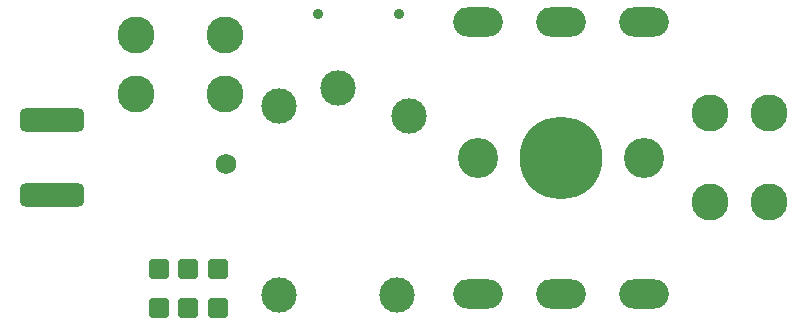
<source format=gbr>
%TF.GenerationSoftware,KiCad,Pcbnew,9.0.5*%
%TF.CreationDate,2025-11-29T21:51:22-08:00*%
%TF.ProjectId,TinyGawant,54696e79-4761-4776-916e-742e6b696361,rev?*%
%TF.SameCoordinates,Original*%
%TF.FileFunction,Soldermask,Bot*%
%TF.FilePolarity,Negative*%
%FSLAX46Y46*%
G04 Gerber Fmt 4.6, Leading zero omitted, Abs format (unit mm)*
G04 Created by KiCad (PCBNEW 9.0.5) date 2025-11-29 21:51:22*
%MOMM*%
%LPD*%
G01*
G04 APERTURE LIST*
G04 Aperture macros list*
%AMRoundRect*
0 Rectangle with rounded corners*
0 $1 Rounding radius*
0 $2 $3 $4 $5 $6 $7 $8 $9 X,Y pos of 4 corners*
0 Add a 4 corners polygon primitive as box body*
4,1,4,$2,$3,$4,$5,$6,$7,$8,$9,$2,$3,0*
0 Add four circle primitives for the rounded corners*
1,1,$1+$1,$2,$3*
1,1,$1+$1,$4,$5*
1,1,$1+$1,$6,$7*
1,1,$1+$1,$8,$9*
0 Add four rect primitives between the rounded corners*
20,1,$1+$1,$2,$3,$4,$5,0*
20,1,$1+$1,$4,$5,$6,$7,0*
20,1,$1+$1,$6,$7,$8,$9,0*
20,1,$1+$1,$8,$9,$2,$3,0*%
G04 Aperture macros list end*
%ADD10C,3.129000*%
%ADD11RoundRect,0.500000X-2.250000X-0.500000X2.250000X-0.500000X2.250000X0.500000X-2.250000X0.500000X0*%
%ADD12C,3.000000*%
%ADD13C,0.900000*%
%ADD14C,3.400000*%
%ADD15C,7.000000*%
%ADD16O,4.200000X2.500000*%
%ADD17RoundRect,0.102000X-0.704000X-0.704000X0.704000X-0.704000X0.704000X0.704000X-0.704000X0.704000X0*%
%ADD18C,1.750000*%
G04 APERTURE END LIST*
D10*
%TO.C,J3*%
X128083000Y-119086000D03*
X120583000Y-119086000D03*
X128083000Y-114086000D03*
X120583000Y-114086000D03*
%TD*%
D11*
%TO.C,J1*%
X113411000Y-121285000D03*
X113411000Y-127635000D03*
%TD*%
D12*
%TO.C,T1*%
X132640000Y-136085000D03*
X142640000Y-136085000D03*
X137640000Y-118585000D03*
X143690000Y-120885000D03*
X132640000Y-120085000D03*
%TD*%
D13*
%TO.C,SW2*%
X142790000Y-112310000D03*
X135990000Y-112310000D03*
%TD*%
D14*
%TO.C,C1*%
X163540000Y-124460000D03*
D15*
X156540000Y-124460000D03*
D14*
X149540000Y-124460000D03*
D16*
X163540000Y-135960000D03*
X156540000Y-135960000D03*
X149540000Y-135960000D03*
X163540000Y-112960000D03*
X156540000Y-112960000D03*
X149540000Y-112960000D03*
%TD*%
D17*
%TO.C,SW1*%
X122468000Y-137159000D03*
X124968000Y-137159000D03*
X127468000Y-137159000D03*
X122468000Y-133859000D03*
X124968000Y-133859000D03*
X127468000Y-133859000D03*
%TD*%
D18*
%TO.C,D2*%
X128140000Y-124960000D03*
%TD*%
D10*
%TO.C,J2*%
X169140000Y-128210000D03*
X169140000Y-120710000D03*
X174140000Y-128210000D03*
X174140000Y-120710000D03*
%TD*%
M02*

</source>
